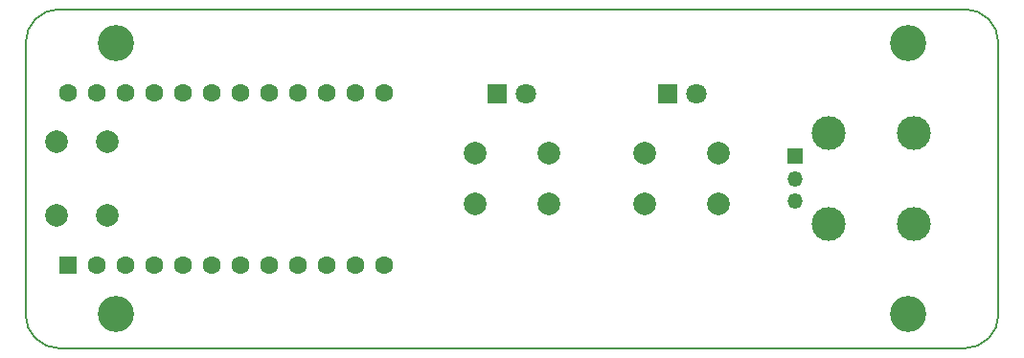
<source format=gbr>
%TF.GenerationSoftware,KiCad,Pcbnew,(6.0.7)*%
%TF.CreationDate,2023-03-07T14:44:30-08:00*%
%TF.ProjectId,Foot Pedal PCB,466f6f74-2050-4656-9461-6c205043422e,A1*%
%TF.SameCoordinates,PX8917370PY68e7780*%
%TF.FileFunction,Soldermask,Top*%
%TF.FilePolarity,Negative*%
%FSLAX46Y46*%
G04 Gerber Fmt 4.6, Leading zero omitted, Abs format (unit mm)*
G04 Created by KiCad (PCBNEW (6.0.7)) date 2023-03-07 14:44:30*
%MOMM*%
%LPD*%
G01*
G04 APERTURE LIST*
%TA.AperFunction,Profile*%
%ADD10C,0.200000*%
%TD*%
%ADD11C,3.000000*%
%ADD12C,3.200000*%
%ADD13R,1.350000X1.350000*%
%ADD14O,1.350000X1.350000*%
%ADD15R,1.800000X1.800000*%
%ADD16C,1.800000*%
%ADD17C,2.000000*%
%ADD18R,1.600000X1.600000*%
%ADD19C,1.600000*%
G04 APERTURE END LIST*
D10*
X-43000000Y12000000D02*
X-43000000Y9000000D01*
X43000000Y-9000000D02*
X43000000Y-12000000D01*
X40000000Y15000000D02*
X-40000000Y15000000D01*
X43000000Y12000000D02*
G75*
G03*
X40000000Y15000000I-3000000J0D01*
G01*
X-43000000Y-12000000D02*
G75*
G03*
X-40000000Y-15000000I3000000J0D01*
G01*
X43000000Y9000000D02*
X43000000Y-9000000D01*
X43000000Y9000000D02*
X43000000Y12000000D01*
X40000000Y-15000000D02*
X-40000000Y-15000000D01*
X-43000000Y-12000000D02*
X-43000000Y-9000000D01*
X-40000000Y15000000D02*
G75*
G03*
X-43000000Y12000000I0J-3000000D01*
G01*
X-43000000Y-9000000D02*
X-43000000Y9000000D01*
X40000000Y-15000000D02*
G75*
G03*
X43000000Y-12000000I0J3000000D01*
G01*
D11*
%TO.C,*%
X35500000Y4000000D03*
%TD*%
%TO.C,*%
X28000000Y4000000D03*
%TD*%
%TO.C,*%
X28000000Y-4000000D03*
%TD*%
%TO.C,REF\u002A\u002A*%
X35500000Y-4000000D03*
%TD*%
D12*
%TO.C,*%
X-35000000Y12000000D03*
%TD*%
%TO.C,*%
X35000000Y12000000D03*
%TD*%
%TO.C,*%
X-35000000Y-12000000D03*
%TD*%
%TO.C,REF\u002A\u002A*%
X35000000Y-12000000D03*
%TD*%
D13*
%TO.C,J1*%
X25000000Y2000000D03*
D14*
X25000000Y0D03*
X25000000Y-2000000D03*
%TD*%
D15*
%TO.C,D1*%
X-1275000Y7500000D03*
D16*
X1265000Y7500000D03*
%TD*%
D15*
%TO.C,D2*%
X13725000Y7500000D03*
D16*
X16265000Y7500000D03*
%TD*%
D17*
%TO.C,SW2*%
X-3250000Y2250000D03*
X3250000Y2250000D03*
X-3250000Y-2250000D03*
X3250000Y-2250000D03*
%TD*%
D18*
%TO.C,U1*%
X-39270000Y-7620000D03*
D19*
X-36730000Y-7620000D03*
X-34190000Y-7620000D03*
X-31650000Y-7620000D03*
X-29110000Y-7620000D03*
X-26570000Y-7620000D03*
X-24030000Y-7620000D03*
X-21490000Y-7620000D03*
X-18950000Y-7620000D03*
X-16410000Y-7620000D03*
X-13870000Y-7620000D03*
X-11330000Y-7620000D03*
X-11330000Y7620000D03*
X-13870000Y7620000D03*
X-16410000Y7620000D03*
X-18950000Y7620000D03*
X-21490000Y7620000D03*
X-24030000Y7620000D03*
X-26570000Y7620000D03*
X-29110000Y7620000D03*
X-31650000Y7620000D03*
X-34190000Y7620000D03*
X-36730000Y7620000D03*
X-39270000Y7620000D03*
%TD*%
D17*
%TO.C,SW3*%
X11750000Y2250000D03*
X18250000Y2250000D03*
X18250000Y-2250000D03*
X11750000Y-2250000D03*
%TD*%
%TO.C,SW1*%
X-40250000Y-3250000D03*
X-40250000Y3250000D03*
X-35750000Y3250000D03*
X-35750000Y-3250000D03*
%TD*%
M02*

</source>
